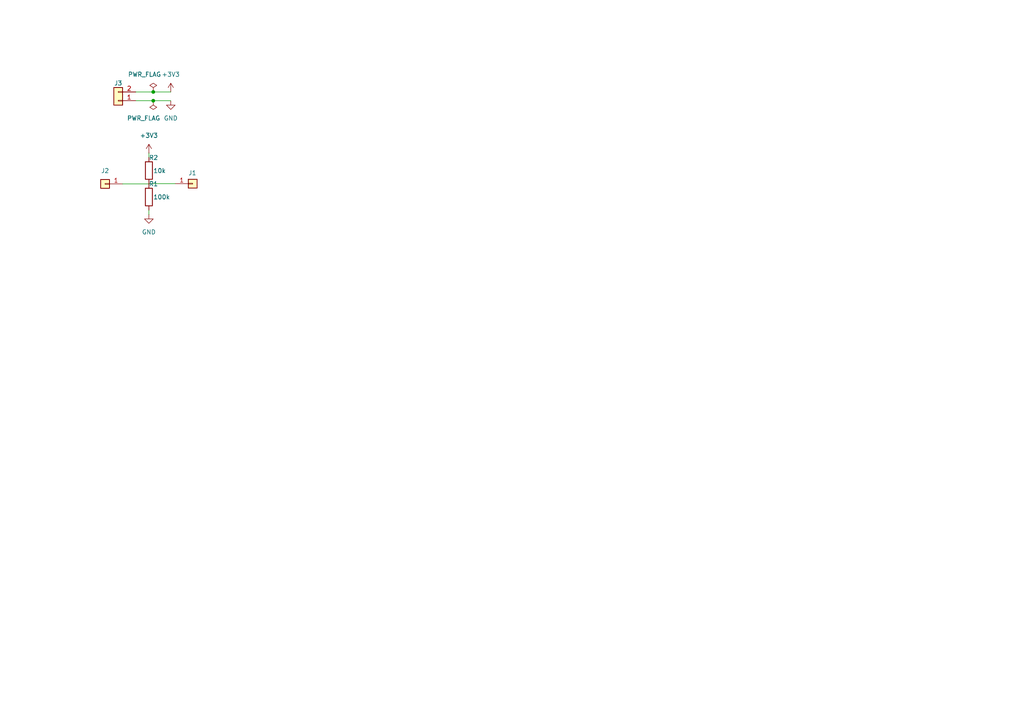
<source format=kicad_sch>
(kicad_sch (version 20231120) (generator "eeschema") (generator_version "8.0")
  (paper "A4")
  (lib_symbols
    (symbol "Connector_Generic:Conn_01x01" (pin_names (offset 1.016) hide)
      (property "Reference" "J" (at 0 2.54 0))
      (property "Value" "Conn_01x01" (at 0 -2.54 0))
      (symbol "Conn_01x01_1_1"
        (rectangle (start -1.27 0.127) (end 0 -0.127) (stroke (width 0.1524)))
        (rectangle (start -1.27 1.27) (end 1.27 -1.27) (stroke (width 0.254)) (fill (type background)))
        (pin passive line (at -5.08 0 0) (length 3.81) (name "Pin_1") (number "1"))
      )
    )
    (symbol "Connector_Generic:Conn_01x02" (pin_names (offset 1.016) hide)
      (property "Reference" "J" (at 0 2.54 0))
      (property "Value" "Conn_01x02" (at 0 -5.08 0))
      (symbol "Conn_01x02_1_1"
        (rectangle (start -1.27 -2.413) (end 0 -2.667) (stroke (width 0.1524)))
        (rectangle (start -1.27 0.127) (end 0 -0.127) (stroke (width 0.1524)))
        (rectangle (start -1.27 1.27) (end 1.27 -3.81) (stroke (width 0.254)) (fill (type background)))
        (pin passive line (at -5.08 0 0) (length 3.81) (name "Pin_1") (number "1"))
        (pin passive line (at -5.08 -2.54 0) (length 3.81) (name "Pin_2") (number "2"))
      )
    )
    (symbol "Device:R" (pin_numbers hide) (pin_names (offset 0))
      (property "Reference" "R" (at 2.032 0 90))
      (property "Value" "R" (at 0 0 90))
      (symbol "R_0_1"
        (rectangle (start -1.016 -2.54) (end 1.016 2.54) (stroke (width 0.254)))
      )
      (symbol "R_1_1"
        (pin passive line (at 0 3.81 270) (length 1.27) (name "~") (number "1"))
        (pin passive line (at 0 -3.81 90) (length 1.27) (name "~") (number "2"))
      )
    )
    (symbol "power:+3V3" (power) (pin_numbers hide) (pin_names (offset 0) hide)
      (property "Value" "+3V3" (at 0 3.556 0))
      (symbol "+3V3_0_1"
        (polyline (pts (xy -0.762 1.27) (xy 0 2.54)))
        (polyline (pts (xy 0 0) (xy 0 2.54)))
        (polyline (pts (xy 0 2.54) (xy 0.762 1.27)))
      )
      (symbol "+3V3_1_1"
        (pin power_in line (at 0 0 90) (length 0) (name "~") (number "1"))
      )
    )
    (symbol "power:GND" (power) (pin_numbers hide) (pin_names (offset 0) hide)
      (property "Value" "GND" (at 0 -3.81 0))
      (symbol "GND_0_1"
        (polyline (pts (xy 0 0) (xy 0 -1.27) (xy 1.27 -1.27) (xy 0 -2.54) (xy -1.27 -1.27) (xy 0 -1.27)))
      )
      (symbol "GND_1_1"
        (pin power_in line (at 0 0 270) (length 0) (name "~") (number "1"))
      )
    )
    (symbol "power:PWR_FLAG" (power) (pin_numbers hide) (pin_names (offset 0) hide)
      (property "Value" "PWR_FLAG" (at 0 3.81 0))
      (symbol "PWR_FLAG_0_0"
        (pin power_out line (at 0 0 90) (length 0) (name "~") (number "1"))
      )
      (symbol "PWR_FLAG_0_1"
        (polyline (pts (xy 0 0) (xy 0 1.27) (xy -1.016 1.905) (xy 0 2.54) (xy 1.016 1.905) (xy 0 1.27)))
      )
    )
  )
  (junction (at 44.45 29.21))
  (junction (at 44.45 26.67))
  (wire (pts (xy 44.45 29.21) (xy 49.53 29.21)))
  (wire (pts (xy 39.37 29.21) (xy 44.45 29.21)))
  (wire (pts (xy 43.1875 44.3825) (xy 43.1875 45.6525)))
  (wire (pts (xy 44.45 26.67) (xy 49.53 26.67)))
  (wire (pts (xy 35.56 53.34) (xy 43.18 53.34)))
  (wire (pts (xy 39.37 26.67) (xy 44.45 26.67)))
  (wire (pts (xy 43.1875 53.2725) (xy 50.8075 53.2725)))
  (wire (pts (xy 43.18 60.96) (xy 43.18 62.23)))
  (symbol (lib_id "power:+3V3") (at 49.53 26.67 0) (unit 1)
    (property "Reference" "#PWR1" (effects (hide yes)))
    (property "Value" "+3V3" (at 49.53 21.59 0))
    (property "Description" "Power symbol creates a global label with name \"+3V3\"" (effects (hide yes)))
  )
  (symbol (lib_id "Connector_Generic:Conn_01x01") (at 55.8875 53.2725 0) (unit 1)
    (property "Reference" "J1" (at 54.61 50.165 0) (effects (justify left)))
    (property "Value" "Conn_01x01" (effects (hide yes)))
    (property "Footprint" "Connector_PinHeader_2.54mm:PinHeader_1x01_P2.54mm_Horizontal" (effects (hide yes)))
    (property "Description" "Generic connector, single row, 01x01, script generated (kicad-library-utils/schlib/autogen/connector/)" (effects (hide yes)))
  )
  (symbol (lib_id "power:PWR_FLAG") (at 44.45 29.21 180) (unit 1)
    (property "Reference" "#FLG2" (effects (hide yes)))
    (property "Value" "PWR_FLAG" (at 41.656 34.29 0))
    (property "Description" "Special symbol for telling ERC where power comes from" (effects (hide yes)))
  )
  (symbol (lib_id "Device:R") (at 43.1875 49.4625 0) (unit 1)
    (property "Reference" "R2" (at 43.18 45.72 0) (effects (justify left)))
    (property "Value" "10k" (at 44.45 49.53 0) (effects (justify left)))
    (property "Footprint" "Resistor_SMD:R_0603_1608Metric" (effects (hide yes)))
    (property "Description" "Resistor" (effects (hide yes)))
  )
  (symbol (lib_id "Device:R") (at 43.18 57.15 0) (unit 1)
    (property "Reference" "R1" (at 43.18 53.34 0) (effects (justify left)))
    (property "Value" "100k" (at 44.45 57.15 0) (effects (justify left)))
    (property "Footprint" "Resistor_SMD:R_0603_1608Metric" (effects (hide yes)))
    (property "Description" "Resistor" (effects (hide yes)))
  )
  (symbol (lib_id "power:GND") (at 43.18 62.23 0) (unit 1)
    (property "Reference" "#PWR3" (effects (hide yes)))
    (property "Value" "GND" (at 43.18 67.31 0))
    (property "Description" "Power symbol creates a global label with name \"GND\" , ground" (effects (hide yes)))
  )
  (symbol (lib_id "power:+3V3") (at 43.1875 44.3825 0) (unit 1)
    (property "Reference" "#PWR4" (effects (hide yes)))
    (property "Value" "+3V3" (at 43.1875 39.3025 0))
    (property "Description" "Power symbol creates a global label with name \"+3V3\"" (effects (hide yes)))
  )
  (symbol (lib_id "Connector_Generic:Conn_01x01") (at 30.48 53.34 180) (unit 1)
    (property "Reference" "J2" (at 30.48 49.53 0))
    (property "Value" "Conn_01x01" (effects (hide yes)))
    (property "Footprint" "Connector_PinHeader_2.54mm:PinHeader_1x01_P2.54mm_Horizontal" (effects (hide yes)))
    (property "Description" "Generic connector, single row, 01x01, script generated (kicad-library-utils/schlib/autogen/connector/)" (effects (hide yes)))
  )
  (symbol (lib_id "Connector_Generic:Conn_01x02") (at 34.29 29.21 180) (unit 1)
    (property "Reference" "J3" (at 34.29 24.13 0))
    (property "Value" "Conn_01x02" (effects (hide yes)))
    (property "Description" "Generic connector, single row, 01x02, script generated (kicad-library-utils/schlib/autogen/connector/)" (effects (hide yes)))
  )
  (symbol (lib_id "power:GND") (at 49.53 29.21 0) (unit 1)
    (property "Reference" "#PWR2" (effects (hide yes)))
    (property "Value" "GND" (at 49.53 34.29 0))
    (property "Description" "Power symbol creates a global label with name \"GND\" , ground" (effects (hide yes)))
  )
  (symbol (lib_id "power:PWR_FLAG") (at 44.45 26.67 0) (unit 1)
    (property "Reference" "#FLG1" (effects (hide yes)))
    (property "Value" "PWR_FLAG" (at 41.91 21.59 0))
    (property "Description" "Special symbol for telling ERC where power comes from" (effects (hide yes)))
  )
)
</source>
